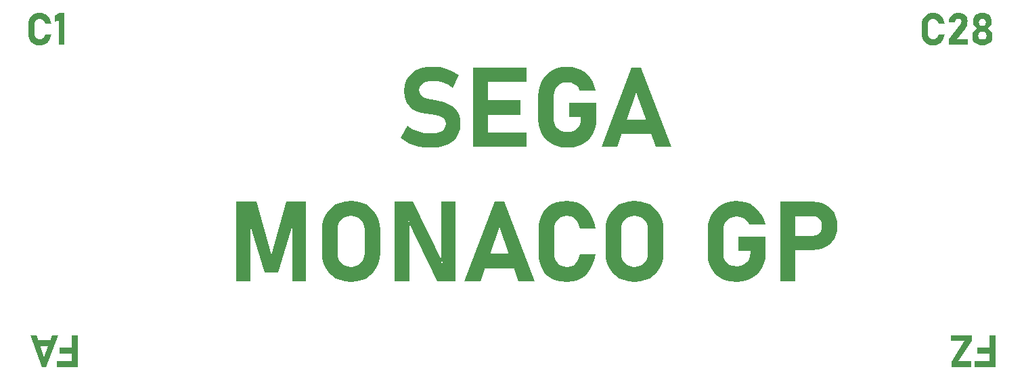
<source format=gto>
%TF.GenerationSoftware,KiCad,Pcbnew,9.0.1*%
%TF.CreationDate,2025-08-01T20:54:44+02:00*%
%TF.ProjectId,monaco-gp-28,6d6f6e61-636f-42d6-9770-2d32382e6b69,rev?*%
%TF.SameCoordinates,Original*%
%TF.FileFunction,Legend,Top*%
%TF.FilePolarity,Positive*%
%FSLAX46Y46*%
G04 Gerber Fmt 4.6, Leading zero omitted, Abs format (unit mm)*
G04 Created by KiCad (PCBNEW 9.0.1) date 2025-08-01 20:54:44*
%MOMM*%
%LPD*%
G01*
G04 APERTURE LIST*
%ADD10C,1.000000*%
%ADD11R,2.540000X12.000000*%
G04 APERTURE END LIST*
D10*
G36*
X115875498Y-20022986D02*
G01*
X115575395Y-20002145D01*
X115318593Y-19943167D01*
X115098073Y-19849574D01*
X114900995Y-19716235D01*
X114738476Y-19548867D01*
X114607633Y-19343747D01*
X114516282Y-19116291D01*
X114458552Y-18851189D01*
X114438129Y-18541409D01*
X114438129Y-17450865D01*
X114458618Y-17139248D01*
X114516407Y-16873842D01*
X114607633Y-16647306D01*
X114738358Y-16442879D01*
X114900869Y-16275466D01*
X115098073Y-16141479D01*
X115318683Y-16047066D01*
X115575478Y-15987606D01*
X115875498Y-15966601D01*
X116122710Y-15985332D01*
X116344875Y-16039595D01*
X116546189Y-16128046D01*
X116729070Y-16250186D01*
X116890770Y-16404804D01*
X117032720Y-16595282D01*
X117144604Y-16806248D01*
X117234066Y-17052325D01*
X117299189Y-17338757D01*
X116522986Y-17338757D01*
X116465499Y-17150578D01*
X116387675Y-17001946D01*
X116285290Y-16878929D01*
X116166391Y-16790676D01*
X116030210Y-16735710D01*
X115875498Y-16716915D01*
X115674408Y-16740066D01*
X115515037Y-16804791D01*
X115387745Y-16909378D01*
X115295062Y-17047521D01*
X115235870Y-17224510D01*
X115214332Y-17451353D01*
X115214332Y-18540921D01*
X115235899Y-18767750D01*
X115295109Y-18944282D01*
X115387745Y-19081674D01*
X115514923Y-19185398D01*
X115674290Y-19249668D01*
X115875498Y-19272672D01*
X116032946Y-19254158D01*
X116169711Y-19200393D01*
X116290711Y-19110495D01*
X116388212Y-18992818D01*
X116466142Y-18841958D01*
X116522986Y-18650830D01*
X117299189Y-18650830D01*
X117232518Y-18935338D01*
X117142131Y-19181042D01*
X117029789Y-19392840D01*
X116887980Y-19584357D01*
X116726827Y-19739503D01*
X116544967Y-19861786D01*
X116344449Y-19950060D01*
X116122711Y-20004261D01*
X115875498Y-20022986D01*
G37*
G36*
X117840431Y-19980000D02*
G01*
X117840431Y-19303691D01*
X119204039Y-17510949D01*
X119287213Y-17387474D01*
X119347410Y-17263775D01*
X119386048Y-17137633D01*
X119397968Y-17027348D01*
X119397968Y-17021730D01*
X119370823Y-16876151D01*
X119294165Y-16773091D01*
X119175089Y-16709521D01*
X118999120Y-16685652D01*
X118882208Y-16699734D01*
X118783831Y-16740174D01*
X118699678Y-16807285D01*
X118635176Y-16894799D01*
X118587729Y-17007750D01*
X118559238Y-17152400D01*
X118559238Y-17155087D01*
X117791339Y-17155087D01*
X117791339Y-17152400D01*
X117831346Y-16871744D01*
X117906553Y-16636630D01*
X118013951Y-16439500D01*
X118153307Y-16274591D01*
X118324045Y-16140171D01*
X118517797Y-16043479D01*
X118738977Y-15983612D01*
X118993502Y-15962693D01*
X119275073Y-15982046D01*
X119508235Y-16036017D01*
X119701329Y-16120313D01*
X119861053Y-16233314D01*
X119992631Y-16378481D01*
X120087801Y-16550489D01*
X120147421Y-16754734D01*
X120168554Y-16998771D01*
X120168554Y-17001458D01*
X120145227Y-17269841D01*
X120074277Y-17538792D01*
X119960738Y-17793514D01*
X119810494Y-18021416D01*
X118832302Y-19257041D01*
X120190536Y-19257041D01*
X120190536Y-19980000D01*
X117840431Y-19980000D01*
G37*
G36*
X122276226Y-15982389D02*
G01*
X122503102Y-16038231D01*
X122698172Y-16127212D01*
X122866461Y-16248946D01*
X123006643Y-16402616D01*
X123106245Y-16577436D01*
X123167492Y-16777617D01*
X123188861Y-17009274D01*
X123188861Y-17113321D01*
X123172881Y-17273402D01*
X123125134Y-17425433D01*
X123044025Y-17572254D01*
X122937296Y-17702509D01*
X122810525Y-17810242D01*
X122661541Y-17896852D01*
X122833456Y-18000603D01*
X122980216Y-18132103D01*
X123104109Y-18293747D01*
X123197371Y-18474701D01*
X123252321Y-18660762D01*
X123270683Y-18855017D01*
X123270683Y-18920718D01*
X123252388Y-19138895D01*
X123199615Y-19331785D01*
X123113635Y-19503970D01*
X122996008Y-19656481D01*
X122850507Y-19784737D01*
X122673753Y-19890118D01*
X122480684Y-19964277D01*
X122261339Y-20010656D01*
X122011122Y-20026894D01*
X121760906Y-20010656D01*
X121541561Y-19964277D01*
X121348491Y-19890118D01*
X121171737Y-19784737D01*
X121026236Y-19656481D01*
X120908610Y-19503970D01*
X120822630Y-19331785D01*
X120769857Y-19138895D01*
X120751562Y-18920718D01*
X120751562Y-18855017D01*
X120758984Y-18775150D01*
X121500166Y-18775150D01*
X121500166Y-18816182D01*
X121516626Y-18956395D01*
X121563510Y-19072447D01*
X121640606Y-19169846D01*
X121741644Y-19242949D01*
X121863162Y-19288003D01*
X122010878Y-19303935D01*
X122158652Y-19287848D01*
X122280243Y-19242330D01*
X122381394Y-19168381D01*
X122458567Y-19070014D01*
X122505565Y-18952679D01*
X122522078Y-18810809D01*
X122522078Y-18772463D01*
X122505790Y-18643696D01*
X122459105Y-18536735D01*
X122381394Y-18446399D01*
X122281300Y-18379553D01*
X122159859Y-18337884D01*
X122011367Y-18323056D01*
X121862705Y-18337884D01*
X121741100Y-18379554D01*
X121640850Y-18446399D01*
X121563284Y-18536799D01*
X121516528Y-18644592D01*
X121500166Y-18775150D01*
X120758984Y-18775150D01*
X120769627Y-18660618D01*
X120823650Y-18474532D01*
X120915205Y-18293747D01*
X121037387Y-18132035D01*
X121182446Y-18000558D01*
X121352644Y-17896852D01*
X121207169Y-17808849D01*
X121082503Y-17699774D01*
X120976754Y-17568101D01*
X120896213Y-17420502D01*
X120849070Y-17269809D01*
X120833383Y-17113321D01*
X120833383Y-17107948D01*
X121582232Y-17107948D01*
X121582232Y-17149225D01*
X121596232Y-17277850D01*
X121635905Y-17384091D01*
X121700445Y-17472847D01*
X121786292Y-17540546D01*
X121888563Y-17581730D01*
X122012099Y-17596189D01*
X122135444Y-17581714D01*
X122237288Y-17540523D01*
X122322532Y-17472847D01*
X122386389Y-17384030D01*
X122425956Y-17276063D01*
X122440013Y-17143607D01*
X122440013Y-17105261D01*
X122426108Y-16984041D01*
X122386636Y-16884205D01*
X122322043Y-16800935D01*
X122237265Y-16737965D01*
X122135551Y-16699299D01*
X122012099Y-16685652D01*
X121888618Y-16699272D01*
X121786462Y-16737920D01*
X121700934Y-16800935D01*
X121636040Y-16884319D01*
X121596277Y-16984982D01*
X121582232Y-17107948D01*
X120833383Y-17107948D01*
X120833383Y-17009274D01*
X120854753Y-16777617D01*
X120916000Y-16577436D01*
X121015602Y-16402616D01*
X121155784Y-16248946D01*
X121324073Y-16127212D01*
X121519143Y-16038231D01*
X121746018Y-15982389D01*
X122011122Y-15962693D01*
X122276226Y-15982389D01*
G37*
G36*
X8875805Y-56340000D02*
G01*
X8875805Y-60310411D01*
X8127200Y-60310411D01*
X8127200Y-56340000D01*
X8875805Y-56340000D01*
G37*
G36*
X8602497Y-57918785D02*
G01*
X8602497Y-58641744D01*
X6566977Y-58641744D01*
X6566977Y-57918785D01*
X8602497Y-57918785D01*
G37*
G36*
X8602497Y-59587452D02*
G01*
X8602497Y-60310411D01*
X6266314Y-60310411D01*
X6266314Y-59587452D01*
X8602497Y-59587452D01*
G37*
G36*
X6401625Y-56340000D02*
G01*
X4882434Y-60310411D01*
X4406893Y-60310411D01*
X2887703Y-56340000D01*
X3693704Y-56340000D01*
X4644786Y-59051584D01*
X5595623Y-56340000D01*
X6401625Y-56340000D01*
G37*
G36*
X5672071Y-56980893D02*
G01*
X5672071Y-57703852D01*
X3581841Y-57703852D01*
X3581841Y-56980893D01*
X5672071Y-56980893D01*
G37*
G36*
X4105498Y-20022986D02*
G01*
X3805395Y-20002145D01*
X3548593Y-19943167D01*
X3328073Y-19849574D01*
X3130995Y-19716235D01*
X2968476Y-19548867D01*
X2837633Y-19343747D01*
X2746282Y-19116291D01*
X2688552Y-18851189D01*
X2668129Y-18541409D01*
X2668129Y-17450865D01*
X2688618Y-17139248D01*
X2746407Y-16873842D01*
X2837633Y-16647306D01*
X2968358Y-16442879D01*
X3130869Y-16275466D01*
X3328073Y-16141479D01*
X3548683Y-16047066D01*
X3805478Y-15987606D01*
X4105498Y-15966601D01*
X4352710Y-15985332D01*
X4574875Y-16039595D01*
X4776189Y-16128046D01*
X4959070Y-16250186D01*
X5120770Y-16404804D01*
X5262720Y-16595282D01*
X5374604Y-16806248D01*
X5464066Y-17052325D01*
X5529189Y-17338757D01*
X4752986Y-17338757D01*
X4695499Y-17150578D01*
X4617675Y-17001946D01*
X4515290Y-16878929D01*
X4396391Y-16790676D01*
X4260210Y-16735710D01*
X4105498Y-16716915D01*
X3904408Y-16740066D01*
X3745037Y-16804791D01*
X3617745Y-16909378D01*
X3525062Y-17047521D01*
X3465870Y-17224510D01*
X3444332Y-17451353D01*
X3444332Y-18540921D01*
X3465899Y-18767750D01*
X3525109Y-18944282D01*
X3617745Y-19081674D01*
X3744923Y-19185398D01*
X3904290Y-19249668D01*
X4105498Y-19272672D01*
X4262946Y-19254158D01*
X4399711Y-19200393D01*
X4520711Y-19110495D01*
X4618212Y-18992818D01*
X4696142Y-18841958D01*
X4752986Y-18650830D01*
X5529189Y-18650830D01*
X5462518Y-18935338D01*
X5372131Y-19181042D01*
X5259789Y-19392840D01*
X5117980Y-19584357D01*
X4956827Y-19739503D01*
X4774967Y-19861786D01*
X4574449Y-19950060D01*
X4352711Y-20004261D01*
X4105498Y-20022986D01*
G37*
G36*
X7199078Y-16009588D02*
G01*
X7199078Y-19980000D01*
X6450229Y-19980000D01*
X6450229Y-16889351D01*
X5966628Y-17072533D01*
X5966628Y-16277278D01*
X6559650Y-16009588D01*
X7199078Y-16009588D01*
G37*
G36*
X123645805Y-56340000D02*
G01*
X123645805Y-60310411D01*
X122897200Y-60310411D01*
X122897200Y-56340000D01*
X123645805Y-56340000D01*
G37*
G36*
X123372497Y-57918785D02*
G01*
X123372497Y-58641744D01*
X121336977Y-58641744D01*
X121336977Y-57918785D01*
X123372497Y-57918785D01*
G37*
G36*
X123372497Y-59587452D02*
G01*
X123372497Y-60310411D01*
X121036314Y-60310411D01*
X121036314Y-59587452D01*
X123372497Y-59587452D01*
G37*
G36*
X118154737Y-60310411D02*
G01*
X118154737Y-59636789D01*
X119788722Y-57062958D01*
X118100027Y-57062958D01*
X118100027Y-56340000D01*
X120679475Y-56340000D01*
X120679475Y-57013621D01*
X119045491Y-59587452D01*
X120630383Y-59587452D01*
X120630383Y-60310411D01*
X118154737Y-60310411D01*
G37*
G36*
X52947051Y-32857466D02*
G01*
X52242178Y-32821396D01*
X51556699Y-32713974D01*
X50893896Y-32535745D01*
X50282362Y-32293876D01*
X49713303Y-31986579D01*
X49210136Y-31627704D01*
X50077809Y-30082868D01*
X50690779Y-30498685D01*
X51402826Y-30812543D01*
X52164926Y-31005378D01*
X52947051Y-31069609D01*
X53552479Y-31029321D01*
X54016329Y-30920928D01*
X54367934Y-30758199D01*
X54652829Y-30517269D01*
X54817097Y-30229434D01*
X54873517Y-29878314D01*
X54873517Y-29870987D01*
X54806378Y-29480805D01*
X54620726Y-29211531D01*
X54337306Y-29017349D01*
X53954553Y-28873255D01*
X53056350Y-28688852D01*
X51880931Y-28467201D01*
X51307067Y-28293018D01*
X50787945Y-28043440D01*
X50341779Y-27694171D01*
X49985607Y-27213014D01*
X49825291Y-26840419D01*
X49720067Y-26367643D01*
X49681525Y-25771371D01*
X49681525Y-25764043D01*
X49746568Y-25049624D01*
X49930625Y-24450031D01*
X50226086Y-23942876D01*
X50637735Y-23512735D01*
X51132034Y-23182022D01*
X51732712Y-22933680D01*
X52461114Y-22773936D01*
X53343335Y-22716503D01*
X54147793Y-22782622D01*
X54982205Y-22986392D01*
X55786917Y-23313642D01*
X56533147Y-23755146D01*
X55740579Y-25340282D01*
X55149970Y-24981023D01*
X54541957Y-24720516D01*
X53919005Y-24556493D01*
X53343335Y-24504361D01*
X52773162Y-24541348D01*
X52338455Y-24640574D01*
X52010991Y-24788904D01*
X51744350Y-25009204D01*
X51591741Y-25270182D01*
X51539602Y-25586357D01*
X51539602Y-25593684D01*
X51573915Y-25900157D01*
X51668537Y-26135977D01*
X51819260Y-26317864D01*
X52131808Y-26527138D01*
X52550157Y-26683618D01*
X53520412Y-26905268D01*
X54661026Y-27175157D01*
X55207615Y-27372325D01*
X55699668Y-27636775D01*
X56120277Y-27990383D01*
X56451326Y-28463538D01*
X56599785Y-28825035D01*
X56696463Y-29274200D01*
X56731594Y-29830076D01*
X56731594Y-29844120D01*
X56664928Y-30545046D01*
X56475592Y-31136014D01*
X56169823Y-31638983D01*
X55740579Y-32068562D01*
X55231165Y-32395290D01*
X54611229Y-32641554D01*
X53858731Y-32800326D01*
X52947051Y-32857466D01*
G37*
G36*
X58305129Y-32750000D02*
G01*
X58305129Y-22823970D01*
X60176640Y-22823970D01*
X60176640Y-32750000D01*
X58305129Y-32750000D01*
G37*
G36*
X58981682Y-32750000D02*
G01*
X58981682Y-30942602D01*
X64958915Y-30942602D01*
X64958915Y-32750000D01*
X58981682Y-32750000D01*
G37*
G36*
X58981682Y-28724877D02*
G01*
X58981682Y-26917480D01*
X64207257Y-26917480D01*
X64207257Y-28724877D01*
X58981682Y-28724877D01*
G37*
G36*
X58981682Y-24631367D02*
G01*
X58981682Y-22823970D01*
X64958915Y-22823970D01*
X64958915Y-24631367D01*
X58981682Y-24631367D01*
G37*
G36*
X70288294Y-27191032D02*
G01*
X73731507Y-27191032D01*
X73731507Y-29134595D01*
X73678416Y-29871581D01*
X73526153Y-30520441D01*
X73280879Y-31095254D01*
X72938196Y-31615332D01*
X72520202Y-32046130D01*
X72020586Y-32395847D01*
X71464200Y-32647317D01*
X70835033Y-32803141D01*
X70118545Y-32857466D01*
X69395555Y-32806356D01*
X68758735Y-32659806D01*
X68194522Y-32423935D01*
X67683783Y-32092663D01*
X67260720Y-31686844D01*
X66917132Y-31200279D01*
X66669098Y-30657280D01*
X66516026Y-30047905D01*
X66462840Y-29358688D01*
X66462840Y-26427163D01*
X66515985Y-25691434D01*
X66668292Y-25044885D01*
X66913468Y-24473220D01*
X67256297Y-23955908D01*
X67674467Y-23526875D01*
X68174372Y-23178122D01*
X68731154Y-22926652D01*
X69360731Y-22770828D01*
X70077634Y-22716503D01*
X70670050Y-22758789D01*
X71215359Y-22882383D01*
X71721388Y-23085310D01*
X72190063Y-23364149D01*
X72603956Y-23706572D01*
X72967638Y-24116625D01*
X73264429Y-24577130D01*
X73491928Y-25091084D01*
X73649686Y-25666346D01*
X71627355Y-25666346D01*
X71494093Y-25369075D01*
X71297323Y-25123476D01*
X71030181Y-24922627D01*
X70567483Y-24725826D01*
X70077024Y-24660676D01*
X69591954Y-24717688D01*
X69193067Y-24879671D01*
X68860694Y-25145498D01*
X68611903Y-25493117D01*
X68457959Y-25913968D01*
X68403349Y-26428384D01*
X68403349Y-29356856D01*
X68458102Y-29805002D01*
X68614417Y-30175737D01*
X68872906Y-30487090D01*
X69209045Y-30718430D01*
X69616570Y-30862197D01*
X70114881Y-30913293D01*
X70603313Y-30858533D01*
X71002963Y-30703694D01*
X71333653Y-30451674D01*
X71580667Y-30117264D01*
X71735754Y-29695968D01*
X71791608Y-29162683D01*
X71791608Y-28998429D01*
X70288294Y-28998429D01*
X70288294Y-27191032D01*
G37*
G36*
X74348220Y-32750000D02*
G01*
X78146197Y-22823970D01*
X79335049Y-22823970D01*
X83133025Y-32750000D01*
X81118021Y-32750000D01*
X78740317Y-25971039D01*
X76363224Y-32750000D01*
X74348220Y-32750000D01*
G37*
G36*
X76172104Y-31147766D02*
G01*
X76172104Y-29340369D01*
X81397679Y-29340369D01*
X81397679Y-31147766D01*
X76172104Y-31147766D01*
G37*
G36*
X33066295Y-46314392D02*
G01*
X34958566Y-39623970D01*
X37424198Y-39623970D01*
X37424198Y-49550000D01*
X35723657Y-49550000D01*
X35723657Y-41842916D01*
X35791434Y-42279501D01*
X33892446Y-48444190D01*
X32239533Y-48444190D01*
X30340545Y-42416277D01*
X30408933Y-41842916D01*
X30408933Y-49550000D01*
X28707781Y-49550000D01*
X28707781Y-39623970D01*
X31174023Y-39623970D01*
X33066295Y-46314392D01*
G37*
G36*
X43750162Y-39569900D02*
G01*
X44381967Y-39723229D01*
X44942603Y-39970795D01*
X45447165Y-40315490D01*
X45867150Y-40738985D01*
X46209613Y-41248796D01*
X46455245Y-41814098D01*
X46607687Y-42452944D01*
X46660852Y-43179535D01*
X46660852Y-45994434D01*
X46607859Y-46716522D01*
X46455572Y-47354550D01*
X46209613Y-47922121D01*
X45866964Y-48433861D01*
X45446955Y-48858314D01*
X44942603Y-49203175D01*
X44381967Y-49450741D01*
X43750162Y-49604069D01*
X43033235Y-49657466D01*
X42316308Y-49604069D01*
X41684502Y-49450741D01*
X41123866Y-49203175D01*
X40619473Y-48858336D01*
X40199252Y-48433882D01*
X39856246Y-47922121D01*
X39610632Y-47354585D01*
X39458544Y-46716553D01*
X39405618Y-45994434D01*
X39405618Y-43179535D01*
X39409009Y-43133129D01*
X41346127Y-43133129D01*
X41346127Y-46040840D01*
X41400933Y-46545816D01*
X41555821Y-46960320D01*
X41807136Y-47304187D01*
X42141266Y-47565664D01*
X42542421Y-47725400D01*
X43030182Y-47781681D01*
X43522034Y-47725247D01*
X43925069Y-47565366D01*
X44259334Y-47304187D01*
X44510649Y-46960320D01*
X44665537Y-46545816D01*
X44720342Y-46040840D01*
X44720342Y-43133129D01*
X44665296Y-42623721D01*
X44510206Y-42208488D01*
X44259334Y-41866730D01*
X43925365Y-41607203D01*
X43523267Y-41448342D01*
X43033235Y-41392288D01*
X42543202Y-41448342D01*
X42141105Y-41607203D01*
X41807136Y-41866730D01*
X41556264Y-42208488D01*
X41401174Y-42623721D01*
X41346127Y-43133129D01*
X39409009Y-43133129D01*
X39458716Y-42452912D01*
X39610959Y-41814062D01*
X39856246Y-41248796D01*
X40199067Y-40738964D01*
X40619263Y-40315468D01*
X41123866Y-39970795D01*
X41684502Y-39723229D01*
X42316308Y-39569900D01*
X43033235Y-39516503D01*
X43750162Y-39569900D01*
G37*
G36*
X48510991Y-49550000D02*
G01*
X48510991Y-39623970D01*
X50799547Y-39623970D01*
X54494941Y-47233967D01*
X54331298Y-47411653D01*
X54331298Y-39623970D01*
X56120988Y-39623970D01*
X56120988Y-49550000D01*
X53818999Y-49550000D01*
X50137038Y-42056018D01*
X50300681Y-41878332D01*
X50300681Y-49550000D01*
X48510991Y-49550000D01*
G37*
G36*
X57217028Y-49550000D02*
G01*
X61015004Y-39623970D01*
X62203856Y-39623970D01*
X66001832Y-49550000D01*
X63986829Y-49550000D01*
X61609125Y-42771039D01*
X59232031Y-49550000D01*
X57217028Y-49550000D01*
G37*
G36*
X59040911Y-47947766D02*
G01*
X59040911Y-46140369D01*
X64266487Y-46140369D01*
X64266487Y-47947766D01*
X59040911Y-47947766D01*
G37*
G36*
X70070918Y-49657466D02*
G01*
X69320660Y-49605364D01*
X68678656Y-49457918D01*
X68127356Y-49223935D01*
X67634662Y-48890589D01*
X67228363Y-48472168D01*
X66901256Y-47959368D01*
X66672879Y-47390727D01*
X66528555Y-46727974D01*
X66477495Y-45953524D01*
X66477495Y-43227163D01*
X66528719Y-42448120D01*
X66673191Y-41784605D01*
X66901256Y-41218265D01*
X67228069Y-40707199D01*
X67634346Y-40288666D01*
X68127356Y-39953698D01*
X68678880Y-39717665D01*
X69320870Y-39569015D01*
X70070918Y-39516503D01*
X70688949Y-39563331D01*
X71244362Y-39698989D01*
X71747645Y-39920115D01*
X72204849Y-40225465D01*
X72609100Y-40612010D01*
X72963975Y-41088206D01*
X73243684Y-41615622D01*
X73467339Y-42230812D01*
X73630147Y-42946894D01*
X71689637Y-42946894D01*
X71545920Y-42476446D01*
X71351361Y-42104867D01*
X71095399Y-41797323D01*
X70798151Y-41576692D01*
X70457700Y-41439275D01*
X70070918Y-41392288D01*
X69568193Y-41450166D01*
X69169766Y-41611978D01*
X68851536Y-41873447D01*
X68619828Y-42218803D01*
X68471849Y-42661275D01*
X68418005Y-43228384D01*
X68418005Y-45952302D01*
X68471920Y-46519375D01*
X68619947Y-46960705D01*
X68851536Y-47304187D01*
X69169481Y-47563496D01*
X69567900Y-47724172D01*
X70070918Y-47781681D01*
X70464538Y-47735396D01*
X70806450Y-47600982D01*
X71108950Y-47376238D01*
X71352703Y-47082047D01*
X71547529Y-46704895D01*
X71689637Y-46227076D01*
X73630147Y-46227076D01*
X73463470Y-46938345D01*
X73237500Y-47552606D01*
X72956647Y-48082100D01*
X72602124Y-48560894D01*
X72199242Y-48948759D01*
X71744592Y-49254466D01*
X71243295Y-49475151D01*
X70688951Y-49610653D01*
X70070918Y-49657466D01*
G37*
G36*
X79204454Y-39569900D02*
G01*
X79836259Y-39723229D01*
X80396895Y-39970795D01*
X80901456Y-40315490D01*
X81321442Y-40738985D01*
X81663905Y-41248796D01*
X81909536Y-41814098D01*
X82061979Y-42452944D01*
X82115143Y-43179535D01*
X82115143Y-45994434D01*
X82062150Y-46716522D01*
X81909863Y-47354550D01*
X81663905Y-47922121D01*
X81321256Y-48433861D01*
X80901246Y-48858314D01*
X80396895Y-49203175D01*
X79836259Y-49450741D01*
X79204454Y-49604069D01*
X78487527Y-49657466D01*
X77770599Y-49604069D01*
X77138794Y-49450741D01*
X76578158Y-49203175D01*
X76073765Y-48858336D01*
X75653544Y-48433882D01*
X75310538Y-47922121D01*
X75064923Y-47354585D01*
X74912836Y-46716553D01*
X74859910Y-45994434D01*
X74859910Y-43179535D01*
X74863301Y-43133129D01*
X76800419Y-43133129D01*
X76800419Y-46040840D01*
X76855224Y-46545816D01*
X77010112Y-46960320D01*
X77261427Y-47304187D01*
X77595557Y-47565664D01*
X77996713Y-47725400D01*
X78484473Y-47781681D01*
X78976325Y-47725247D01*
X79379361Y-47565366D01*
X79713626Y-47304187D01*
X79964941Y-46960320D01*
X80119829Y-46545816D01*
X80174634Y-46040840D01*
X80174634Y-43133129D01*
X80119588Y-42623721D01*
X79964497Y-42208488D01*
X79713626Y-41866730D01*
X79379657Y-41607203D01*
X78977559Y-41448342D01*
X78487527Y-41392288D01*
X77997494Y-41448342D01*
X77595396Y-41607203D01*
X77261427Y-41866730D01*
X77010556Y-42208488D01*
X76855465Y-42623721D01*
X76800419Y-43133129D01*
X74863301Y-43133129D01*
X74913007Y-42452912D01*
X75065250Y-41814062D01*
X75310538Y-41248796D01*
X75653358Y-40738964D01*
X76073555Y-40315468D01*
X76578158Y-39970795D01*
X77138794Y-39723229D01*
X77770599Y-39569900D01*
X78487527Y-39516503D01*
X79204454Y-39569900D01*
G37*
G36*
X91473919Y-43991032D02*
G01*
X94917132Y-43991032D01*
X94917132Y-45934595D01*
X94864042Y-46671581D01*
X94711778Y-47320441D01*
X94466504Y-47895254D01*
X94123821Y-48415332D01*
X93705827Y-48846130D01*
X93206211Y-49195847D01*
X92649825Y-49447317D01*
X92020658Y-49603141D01*
X91304170Y-49657466D01*
X90581180Y-49606356D01*
X89944360Y-49459806D01*
X89380147Y-49223935D01*
X88869408Y-48892663D01*
X88446345Y-48486844D01*
X88102757Y-48000279D01*
X87854723Y-47457280D01*
X87701651Y-46847905D01*
X87648465Y-46158688D01*
X87648465Y-43227163D01*
X87701610Y-42491434D01*
X87853917Y-41844885D01*
X88099093Y-41273220D01*
X88441922Y-40755908D01*
X88860092Y-40326875D01*
X89359997Y-39978122D01*
X89916779Y-39726652D01*
X90546356Y-39570828D01*
X91263259Y-39516503D01*
X91855675Y-39558789D01*
X92400984Y-39682383D01*
X92907014Y-39885310D01*
X93375688Y-40164149D01*
X93789581Y-40506572D01*
X94153263Y-40916625D01*
X94450054Y-41377130D01*
X94677553Y-41891084D01*
X94835311Y-42466346D01*
X92812980Y-42466346D01*
X92679718Y-42169075D01*
X92482948Y-41923476D01*
X92215806Y-41722627D01*
X91753108Y-41525826D01*
X91262649Y-41460676D01*
X90777579Y-41517688D01*
X90378692Y-41679671D01*
X90046319Y-41945498D01*
X89797528Y-42293117D01*
X89643584Y-42713968D01*
X89588975Y-43228384D01*
X89588975Y-46156856D01*
X89643727Y-46605002D01*
X89800042Y-46975737D01*
X90058531Y-47287090D01*
X90394670Y-47518430D01*
X90802195Y-47662197D01*
X91300506Y-47713293D01*
X91788938Y-47658533D01*
X92188588Y-47503694D01*
X92519278Y-47251674D01*
X92766292Y-46917264D01*
X92921379Y-46495968D01*
X92977233Y-45962683D01*
X92977233Y-45798429D01*
X91473919Y-45798429D01*
X91473919Y-43991032D01*
G37*
G36*
X97617237Y-45681193D02*
G01*
X97617237Y-43873796D01*
X100794226Y-43873796D01*
X101116808Y-43834940D01*
X101385818Y-43723756D01*
X101613661Y-43539794D01*
X101784885Y-43300175D01*
X101890660Y-43011234D01*
X101928123Y-42659298D01*
X101890729Y-42298041D01*
X101785818Y-42004983D01*
X101617324Y-41765369D01*
X101391551Y-41581911D01*
X101121588Y-41470496D01*
X100794226Y-41431367D01*
X97617237Y-41431367D01*
X97617237Y-39623970D01*
X100745988Y-39623970D01*
X101364281Y-39668542D01*
X101907803Y-39796288D01*
X102388521Y-40001936D01*
X102823285Y-40288922D01*
X103184378Y-40639831D01*
X103478455Y-41060118D01*
X103690703Y-41527989D01*
X103822188Y-42056966D01*
X103868022Y-42659298D01*
X103822179Y-43257050D01*
X103690412Y-43784121D01*
X103477233Y-44252372D01*
X103182272Y-44671983D01*
X102820189Y-45021661D01*
X102384247Y-45306891D01*
X101903015Y-45510684D01*
X101360772Y-45637132D01*
X100745988Y-45681193D01*
X97617237Y-45681193D01*
G37*
G36*
X96763608Y-49550000D02*
G01*
X96763608Y-39623970D01*
X98635119Y-39623970D01*
X98635119Y-49550000D01*
X96763608Y-49550000D01*
G37*
%LPC*%
D11*
%TO.C,C1*%
X9210000Y-6860000D03*
X13170000Y-6860000D03*
X17130000Y-6860000D03*
X21090000Y-6860000D03*
X25050000Y-6860000D03*
X29010000Y-6860000D03*
X32970000Y-6860000D03*
X36930000Y-6860000D03*
X40890000Y-6860000D03*
X44850000Y-6860000D03*
X48810000Y-6860000D03*
X52770000Y-6860000D03*
X56730000Y-6860000D03*
X60690000Y-6860000D03*
X64650000Y-6860000D03*
X68610000Y-6860000D03*
X72570000Y-6860000D03*
X76530000Y-6860000D03*
X80490000Y-6860000D03*
X84450000Y-6860000D03*
X88410000Y-6860000D03*
X92370000Y-6860000D03*
X96330000Y-6860000D03*
X100290000Y-6860000D03*
X104250000Y-6860000D03*
X108210000Y-6860000D03*
X112170000Y-6860000D03*
X116130000Y-6860000D03*
%TD*%
%TO.C,F1*%
X9213000Y-68660000D03*
X13173000Y-68660000D03*
X17133000Y-68660000D03*
X21093000Y-68660000D03*
X25053000Y-68660000D03*
X29013000Y-68660000D03*
X32973000Y-68660000D03*
X36933000Y-68660000D03*
X40893000Y-68660000D03*
X44853000Y-68660000D03*
X48813000Y-68660000D03*
X52773000Y-68660000D03*
X56733000Y-68660000D03*
X60693000Y-68660000D03*
X64653000Y-68660000D03*
X68613000Y-68660000D03*
X72573000Y-68660000D03*
X76533000Y-68660000D03*
X80493000Y-68660000D03*
X84453000Y-68660000D03*
X88413000Y-68660000D03*
X92373000Y-68660000D03*
X96333000Y-68660000D03*
X100293000Y-68660000D03*
X104253000Y-68660000D03*
X108213000Y-68660000D03*
X112173000Y-68660000D03*
X116133000Y-68660000D03*
%TD*%
%LPD*%
M02*

</source>
